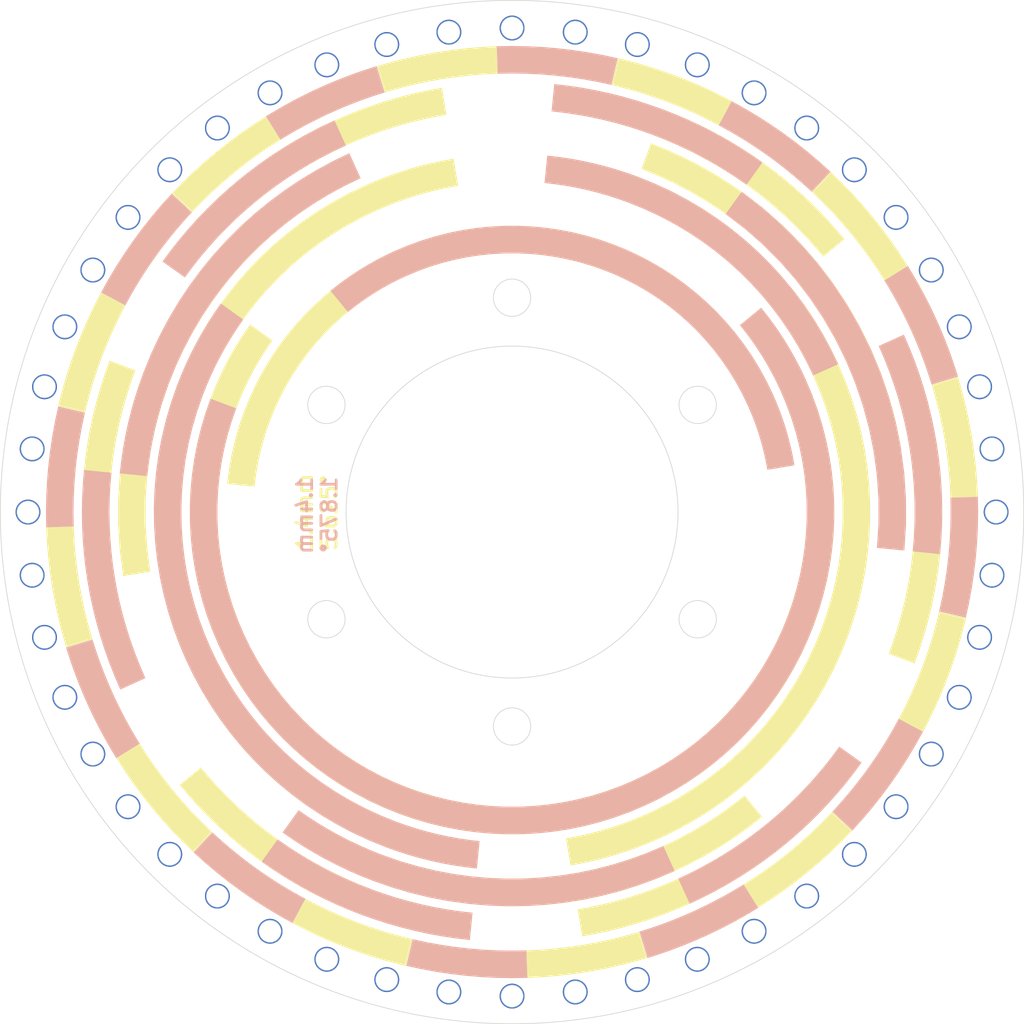
<source format=kicad_pcb>
(kicad_pcb (version 20240108) (generator "pcbnew") (generator_version "8.0")
  (title_block (title "Encoder Wheel 48") (date "${DATE}") (rev "2.1.1") (company "OpenFlap") (comment 1 "${GIT_TAG}") (comment 2 "Repo: github.com/ToonVanEyck/OpenFlap") (comment 3 "Designer: Toon Van Eyck"))
  (layers (0 "F.Cu" signal) (31 "B.Cu" signal) (34 "B.Paste" user) (35 "F.Paste" user) (36 "B.SilkS" user "B.Silkscreen") (37 "F.SilkS" user "F.Silkscreen") (38 "B.Mask" user) (39 "F.Mask" user) (44 "Edge.Cuts" user))
  (net 0 "")
  (footprint "EncoderPattern:OpenFlapEncoderPattern48_1.4mm" (layer "F.Cu") (at 101 100 1.875)
    (property "Reference" "REF**" (hide yes))
    (property "Value" "OpenFlapEncoderPattern48_1.4mm" (hide yes))
  )
  (footprint "EncoderPattern:OpenFlapEncoderPattern48_1.4mm" (layer "B.Cu") (at 101 100 -178.125)
    (property "Reference" "REF**" (hide yes))
    (property "Value" "OpenFlapEncoderPattern48_1.4mm" (hide yes))
  )
  (gr_circle (center 87.576606 107.75) (end 88.926606 107.75) (stroke (width 0.05)) (fill none) (layer "Edge.Cuts"))
  (gr_circle (center 101 100) (end 113 100) (stroke (width 0.05)) (fill none) (layer "Edge.Cuts"))
  (gr_circle (center 101 84.5) (end 102.35 84.5) (stroke (width 0.05)) (fill none) (layer "Edge.Cuts"))
  (gr_circle (center 114.423394 92.25) (end 115.773394 92.25) (stroke (width 0.05)) (fill none) (layer "Edge.Cuts"))
  (gr_circle (center 87.576606 92.25) (end 88.926606 92.25) (stroke (width 0.05)) (fill none) (layer "Edge.Cuts"))
  (gr_circle (center 101 100) (end 138 100) (stroke (width 0.05)) (fill none) (layer "Edge.Cuts"))
  (gr_circle (center 114.423394 107.75) (end 115.773394 107.75) (stroke (width 0.05)) (fill none) (layer "Edge.Cuts"))
  (gr_circle (center 101 115.5) (end 102.35 115.5) (stroke (width 0.05)) (fill none) (layer "Edge.Cuts"))
  (gr_text "1.4mm \n1.875°" (at 88.427 97.333 90) (layer "B.SilkS") (effects (font (size 1.1 1.1) (thickness 0.2) (bold yes)) (justify left bottom mirror)))
  (gr_text "1.4mm \n5.625°" (at 88.427 102.921 90) (layer "F.SilkS") (effects (font (size 1.1 1.1) (thickness 0.2) (bold yes)) (justify left bottom)))
  (via (at 118.5 130.310889) (size 1.8) (drill 1.6) (layers "F.Cu" "B.Cu") (net 0))
  (via (at 105.568417 134.70057) (size 1.8) (drill 1.6) (layers "F.Cu" "B.Cu") (net 0))
  (via (at 83.5 69.689111) (size 1.8) (drill 1.6) (layers "F.Cu" "B.Cu") (net 0))
  (via (at 83.5 130.310889) (size 1.8) (drill 1.6) (layers "F.Cu" "B.Cu") (net 0))
  (via (at 110.058667 133.807404) (size 1.8) (drill 1.6) (layers "F.Cu" "B.Cu") (net 0))
  (via (at 87.60608 132.335784) (size 1.8) (drill 1.6) (layers "F.Cu" "B.Cu") (net 0))
  (via (at 134.807404 90.941333) (size 1.8) (drill 1.6) (layers "F.Cu" "B.Cu") (net 0))
  (via (at 125.748737 75.251263) (size 1.8) (drill 1.6) (layers "F.Cu" "B.Cu") (net 0))
  (via (at 96.431583 65.29943) (size 1.8) (drill 1.6) (layers "F.Cu" "B.Cu") (net 0))
  (via (at 114.39392 67.664216) (size 1.8) (drill 1.6) (layers "F.Cu" "B.Cu") (net 0))
  (via (at 91.941333 133.807404) (size 1.8) (drill 1.6) (layers "F.Cu" "B.Cu") (net 0))
  (via (at 110.058667 66.192596) (size 1.8) (drill 1.6) (layers "F.Cu" "B.Cu") (net 0))
  (via (at 105.568417 65.29943) (size 1.8) (drill 1.6) (layers "F.Cu" "B.Cu") (net 0))
  (via (at 131.310889 82.5) (size 1.8) (drill 1.6) (layers "F.Cu" "B.Cu") (net 0))
  (via (at 128.767367 78.69335) (size 1.8) (drill 1.6) (layers "F.Cu" "B.Cu") (net 0))
  (via (at 114.39392 132.335784) (size 1.8) (drill 1.6) (layers "F.Cu" "B.Cu") (net 0))
  (via (at 79.69335 127.767367) (size 1.8) (drill 1.6) (layers "F.Cu" "B.Cu") (net 0))
  (via (at 68.664216 86.60608) (size 1.8) (drill 1.6) (layers "F.Cu" "B.Cu") (net 0))
  (via (at 68.664216 113.39392) (size 1.8) (drill 1.6) (layers "F.Cu" "B.Cu") (net 0))
  (via (at 134.807404 109.058667) (size 1.8) (drill 1.6) (layers "F.Cu" "B.Cu") (net 0))
  (via (at 101 135) (size 1.8) (drill 1.6) (layers "F.Cu" "B.Cu") (net 0))
  (via (at 79.69335 72.232633) (size 1.8) (drill 1.6) (layers "F.Cu" "B.Cu") (net 0))
  (via (at 118.5 69.689111) (size 1.8) (drill 1.6) (layers "F.Cu" "B.Cu") (net 0))
  (via (at 96.431583 134.70057) (size 1.8) (drill 1.6) (layers "F.Cu" "B.Cu") (net 0))
  (via (at 101 65) (size 1.8) (drill 1.6) (layers "F.Cu" "B.Cu") (net 0))
  (via (at 136 100) (size 1.8) (drill 1.6) (layers "F.Cu" "B.Cu") (net 0))
  (via (at 135.70057 95.431583) (size 1.8) (drill 1.6) (layers "F.Cu" "B.Cu") (net 0))
  (via (at 133.335784 113.39392) (size 1.8) (drill 1.6) (layers "F.Cu" "B.Cu") (net 0))
  (via (at 67.192596 90.941333) (size 1.8) (drill 1.6) (layers "F.Cu" "B.Cu") (net 0))
  (via (at 70.689111 82.5) (size 1.8) (drill 1.6) (layers "F.Cu" "B.Cu") (net 0))
  (via (at 67.192596 109.058667) (size 1.8) (drill 1.6) (layers "F.Cu" "B.Cu") (net 0))
  (via (at 70.689111 117.5) (size 1.8) (drill 1.6) (layers "F.Cu" "B.Cu") (net 0))
  (via (at 133.335784 86.60608) (size 1.8) (drill 1.6) (layers "F.Cu" "B.Cu") (net 0))
  (via (at 87.60608 67.664216) (size 1.8) (drill 1.6) (layers "F.Cu" "B.Cu") (net 0))
  (via (at 122.30665 72.232633) (size 1.8) (drill 1.6) (layers "F.Cu" "B.Cu") (net 0))
  (via (at 73.232633 121.30665) (size 1.8) (drill 1.6) (layers "F.Cu" "B.Cu") (net 0))
  (via (at 125.748737 124.748737) (size 1.8) (drill 1.6) (layers "F.Cu" "B.Cu") (net 0))
  (via (at 66.29943 104.568417) (size 1.8) (drill 1.6) (layers "F.Cu" "B.Cu") (net 0))
  (via (at 122.30665 127.767367) (size 1.8) (drill 1.6) (layers "F.Cu" "B.Cu") (net 0))
  (via (at 91.941333 66.192596) (size 1.8) (drill 1.6) (layers "F.Cu" "B.Cu") (net 0))
  (via (at 73.232633 78.69335) (size 1.8) (drill 1.6) (layers "F.Cu" "B.Cu") (net 0))
  (via (at 128.767367 121.30665) (size 1.8) (drill 1.6) (layers "F.Cu" "B.Cu") (net 0))
  (via (at 66.29943 95.431583) (size 1.8) (drill 1.6) (layers "F.Cu" "B.Cu") (net 0))
  (via (at 76.251263 75.251263) (size 1.8) (drill 1.6) (layers "F.Cu" "B.Cu") (net 0))
  (via (at 66 100) (size 1.8) (drill 1.6) (layers "F.Cu" "B.Cu") (net 0))
  (via (at 135.70057 104.568417) (size 1.8) (drill 1.6) (layers "F.Cu" "B.Cu") (net 0))
  (via (at 131.310889 117.5) (size 1.8) (drill 1.6) (layers "F.Cu" "B.Cu") (net 0))
  (via (at 76.251263 124.748737) (size 1.8) (drill 1.6) (layers "F.Cu" "B.Cu") (net 0))
)
</source>
